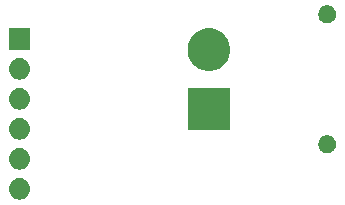
<source format=gbs>
G04 #@! TF.GenerationSoftware,KiCad,Pcbnew,(5.1.2)-1*
G04 #@! TF.CreationDate,2019-12-12T00:14:11+09:00*
G04 #@! TF.ProjectId,CAN_IMU,43414e5f-494d-4552-9e6b-696361645f70,rev?*
G04 #@! TF.SameCoordinates,PXcd0a3c0PY7e5ca20*
G04 #@! TF.FileFunction,Soldermask,Bot*
G04 #@! TF.FilePolarity,Negative*
%FSLAX46Y46*%
G04 Gerber Fmt 4.6, Leading zero omitted, Abs format (unit mm)*
G04 Created by KiCad (PCBNEW (5.1.2)-1) date 2019-12-12 00:14:11*
%MOMM*%
%LPD*%
G04 APERTURE LIST*
%ADD10C,0.100000*%
G04 APERTURE END LIST*
D10*
G36*
X-13389557Y4274481D02*
G01*
X-13323373Y4267963D01*
X-13153534Y4216443D01*
X-12997009Y4132778D01*
X-12961271Y4103448D01*
X-12859814Y4020186D01*
X-12776552Y3918729D01*
X-12747222Y3882991D01*
X-12663557Y3726466D01*
X-12612037Y3556627D01*
X-12594641Y3380000D01*
X-12612037Y3203373D01*
X-12663557Y3033534D01*
X-12747222Y2877009D01*
X-12776552Y2841271D01*
X-12859814Y2739814D01*
X-12961271Y2656552D01*
X-12997009Y2627222D01*
X-13153534Y2543557D01*
X-13323373Y2492037D01*
X-13389558Y2485518D01*
X-13455740Y2479000D01*
X-13544260Y2479000D01*
X-13610442Y2485518D01*
X-13676627Y2492037D01*
X-13846466Y2543557D01*
X-14002991Y2627222D01*
X-14038729Y2656552D01*
X-14140186Y2739814D01*
X-14223448Y2841271D01*
X-14252778Y2877009D01*
X-14336443Y3033534D01*
X-14387963Y3203373D01*
X-14405359Y3380000D01*
X-14387963Y3556627D01*
X-14336443Y3726466D01*
X-14252778Y3882991D01*
X-14223448Y3918729D01*
X-14140186Y4020186D01*
X-14038729Y4103448D01*
X-14002991Y4132778D01*
X-13846466Y4216443D01*
X-13676627Y4267963D01*
X-13610443Y4274481D01*
X-13544260Y4281000D01*
X-13455740Y4281000D01*
X-13389557Y4274481D01*
X-13389557Y4274481D01*
G37*
G36*
X-13389557Y6814481D02*
G01*
X-13323373Y6807963D01*
X-13153534Y6756443D01*
X-12997009Y6672778D01*
X-12961271Y6643448D01*
X-12859814Y6560186D01*
X-12776552Y6458729D01*
X-12747222Y6422991D01*
X-12663557Y6266466D01*
X-12612037Y6096627D01*
X-12594641Y5920000D01*
X-12612037Y5743373D01*
X-12663557Y5573534D01*
X-12747222Y5417009D01*
X-12776552Y5381271D01*
X-12859814Y5279814D01*
X-12961271Y5196552D01*
X-12997009Y5167222D01*
X-13153534Y5083557D01*
X-13323373Y5032037D01*
X-13389557Y5025519D01*
X-13455740Y5019000D01*
X-13544260Y5019000D01*
X-13610443Y5025519D01*
X-13676627Y5032037D01*
X-13846466Y5083557D01*
X-14002991Y5167222D01*
X-14038729Y5196552D01*
X-14140186Y5279814D01*
X-14223448Y5381271D01*
X-14252778Y5417009D01*
X-14336443Y5573534D01*
X-14387963Y5743373D01*
X-14405359Y5920000D01*
X-14387963Y6096627D01*
X-14336443Y6266466D01*
X-14252778Y6422991D01*
X-14223448Y6458729D01*
X-14140186Y6560186D01*
X-14038729Y6643448D01*
X-14002991Y6672778D01*
X-13846466Y6756443D01*
X-13676627Y6807963D01*
X-13610443Y6814481D01*
X-13544260Y6821000D01*
X-13455740Y6821000D01*
X-13389557Y6814481D01*
X-13389557Y6814481D01*
G37*
G36*
X12759059Y7882140D02*
G01*
X12895732Y7825528D01*
X13018735Y7743340D01*
X13123340Y7638735D01*
X13205528Y7515732D01*
X13262140Y7379059D01*
X13291000Y7233967D01*
X13291000Y7086033D01*
X13262140Y6940941D01*
X13205528Y6804268D01*
X13123340Y6681265D01*
X13018735Y6576660D01*
X12895732Y6494472D01*
X12895731Y6494471D01*
X12895730Y6494471D01*
X12759059Y6437860D01*
X12613968Y6409000D01*
X12466032Y6409000D01*
X12320941Y6437860D01*
X12184270Y6494471D01*
X12184269Y6494471D01*
X12184268Y6494472D01*
X12061265Y6576660D01*
X11956660Y6681265D01*
X11874472Y6804268D01*
X11817860Y6940941D01*
X11789000Y7086033D01*
X11789000Y7233967D01*
X11817860Y7379059D01*
X11874472Y7515732D01*
X11956660Y7638735D01*
X12061265Y7743340D01*
X12184268Y7825528D01*
X12320941Y7882140D01*
X12466032Y7911000D01*
X12613968Y7911000D01*
X12759059Y7882140D01*
X12759059Y7882140D01*
G37*
G36*
X-13389558Y9354482D02*
G01*
X-13323373Y9347963D01*
X-13153534Y9296443D01*
X-12997009Y9212778D01*
X-12961271Y9183448D01*
X-12859814Y9100186D01*
X-12776552Y8998729D01*
X-12747222Y8962991D01*
X-12663557Y8806466D01*
X-12612037Y8636627D01*
X-12594641Y8460000D01*
X-12612037Y8283373D01*
X-12663557Y8113534D01*
X-12747222Y7957009D01*
X-12776552Y7921271D01*
X-12859814Y7819814D01*
X-12952998Y7743341D01*
X-12997009Y7707222D01*
X-13153534Y7623557D01*
X-13323373Y7572037D01*
X-13389557Y7565519D01*
X-13455740Y7559000D01*
X-13544260Y7559000D01*
X-13610443Y7565519D01*
X-13676627Y7572037D01*
X-13846466Y7623557D01*
X-14002991Y7707222D01*
X-14047002Y7743341D01*
X-14140186Y7819814D01*
X-14223448Y7921271D01*
X-14252778Y7957009D01*
X-14336443Y8113534D01*
X-14387963Y8283373D01*
X-14405359Y8460000D01*
X-14387963Y8636627D01*
X-14336443Y8806466D01*
X-14252778Y8962991D01*
X-14223448Y8998729D01*
X-14140186Y9100186D01*
X-14038729Y9183448D01*
X-14002991Y9212778D01*
X-13846466Y9296443D01*
X-13676627Y9347963D01*
X-13610442Y9354482D01*
X-13544260Y9361000D01*
X-13455740Y9361000D01*
X-13389558Y9354482D01*
X-13389558Y9354482D01*
G37*
G36*
X4341000Y8359000D02*
G01*
X739000Y8359000D01*
X739000Y11961000D01*
X4341000Y11961000D01*
X4341000Y8359000D01*
X4341000Y8359000D01*
G37*
G36*
X-13389557Y11894481D02*
G01*
X-13323373Y11887963D01*
X-13153534Y11836443D01*
X-12997009Y11752778D01*
X-12961271Y11723448D01*
X-12859814Y11640186D01*
X-12776552Y11538729D01*
X-12747222Y11502991D01*
X-12663557Y11346466D01*
X-12612037Y11176627D01*
X-12594641Y11000000D01*
X-12612037Y10823373D01*
X-12663557Y10653534D01*
X-12747222Y10497009D01*
X-12776552Y10461271D01*
X-12859814Y10359814D01*
X-12961271Y10276552D01*
X-12997009Y10247222D01*
X-13153534Y10163557D01*
X-13323373Y10112037D01*
X-13389557Y10105519D01*
X-13455740Y10099000D01*
X-13544260Y10099000D01*
X-13610443Y10105519D01*
X-13676627Y10112037D01*
X-13846466Y10163557D01*
X-14002991Y10247222D01*
X-14038729Y10276552D01*
X-14140186Y10359814D01*
X-14223448Y10461271D01*
X-14252778Y10497009D01*
X-14336443Y10653534D01*
X-14387963Y10823373D01*
X-14405359Y11000000D01*
X-14387963Y11176627D01*
X-14336443Y11346466D01*
X-14252778Y11502991D01*
X-14223448Y11538729D01*
X-14140186Y11640186D01*
X-14038729Y11723448D01*
X-14002991Y11752778D01*
X-13846466Y11836443D01*
X-13676627Y11887963D01*
X-13610443Y11894481D01*
X-13544260Y11901000D01*
X-13455740Y11901000D01*
X-13389557Y11894481D01*
X-13389557Y11894481D01*
G37*
G36*
X-13389557Y14434481D02*
G01*
X-13323373Y14427963D01*
X-13153534Y14376443D01*
X-12997009Y14292778D01*
X-12961271Y14263448D01*
X-12859814Y14180186D01*
X-12776552Y14078729D01*
X-12747222Y14042991D01*
X-12663557Y13886466D01*
X-12612037Y13716627D01*
X-12594641Y13540000D01*
X-12612037Y13363373D01*
X-12663557Y13193534D01*
X-12747222Y13037009D01*
X-12776552Y13001271D01*
X-12859814Y12899814D01*
X-12961271Y12816552D01*
X-12997009Y12787222D01*
X-13153534Y12703557D01*
X-13323373Y12652037D01*
X-13389558Y12645518D01*
X-13455740Y12639000D01*
X-13544260Y12639000D01*
X-13610442Y12645518D01*
X-13676627Y12652037D01*
X-13846466Y12703557D01*
X-14002991Y12787222D01*
X-14038729Y12816552D01*
X-14140186Y12899814D01*
X-14223448Y13001271D01*
X-14252778Y13037009D01*
X-14336443Y13193534D01*
X-14387963Y13363373D01*
X-14405359Y13540000D01*
X-14387963Y13716627D01*
X-14336443Y13886466D01*
X-14252778Y14042991D01*
X-14223448Y14078729D01*
X-14140186Y14180186D01*
X-14038729Y14263448D01*
X-14002991Y14292778D01*
X-13846466Y14376443D01*
X-13676627Y14427963D01*
X-13610443Y14434481D01*
X-13544260Y14441000D01*
X-13455740Y14441000D01*
X-13389557Y14434481D01*
X-13389557Y14434481D01*
G37*
G36*
X3065331Y16891789D02*
G01*
X3393092Y16756026D01*
X3688070Y16558928D01*
X3938928Y16308070D01*
X4136026Y16013092D01*
X4271789Y15685331D01*
X4341000Y15337384D01*
X4341000Y14982616D01*
X4271789Y14634669D01*
X4136026Y14306908D01*
X3938928Y14011930D01*
X3688070Y13761072D01*
X3393092Y13563974D01*
X3065331Y13428211D01*
X2717384Y13359000D01*
X2362616Y13359000D01*
X2014669Y13428211D01*
X1686908Y13563974D01*
X1391930Y13761072D01*
X1141072Y14011930D01*
X943974Y14306908D01*
X808211Y14634669D01*
X739000Y14982616D01*
X739000Y15337384D01*
X808211Y15685331D01*
X943974Y16013092D01*
X1141072Y16308070D01*
X1391930Y16558928D01*
X1686908Y16756026D01*
X2014669Y16891789D01*
X2362616Y16961000D01*
X2717384Y16961000D01*
X3065331Y16891789D01*
X3065331Y16891789D01*
G37*
G36*
X-12599000Y15179000D02*
G01*
X-14401000Y15179000D01*
X-14401000Y16981000D01*
X-12599000Y16981000D01*
X-12599000Y15179000D01*
X-12599000Y15179000D01*
G37*
G36*
X12759059Y18882140D02*
G01*
X12895732Y18825528D01*
X13018735Y18743340D01*
X13123340Y18638735D01*
X13205528Y18515732D01*
X13262140Y18379059D01*
X13291000Y18233967D01*
X13291000Y18086033D01*
X13262140Y17940941D01*
X13205528Y17804268D01*
X13123340Y17681265D01*
X13018735Y17576660D01*
X12895732Y17494472D01*
X12895731Y17494471D01*
X12895730Y17494471D01*
X12759059Y17437860D01*
X12613968Y17409000D01*
X12466032Y17409000D01*
X12320941Y17437860D01*
X12184270Y17494471D01*
X12184269Y17494471D01*
X12184268Y17494472D01*
X12061265Y17576660D01*
X11956660Y17681265D01*
X11874472Y17804268D01*
X11817860Y17940941D01*
X11789000Y18086033D01*
X11789000Y18233967D01*
X11817860Y18379059D01*
X11874472Y18515732D01*
X11956660Y18638735D01*
X12061265Y18743340D01*
X12184268Y18825528D01*
X12320941Y18882140D01*
X12466032Y18911000D01*
X12613968Y18911000D01*
X12759059Y18882140D01*
X12759059Y18882140D01*
G37*
M02*

</source>
